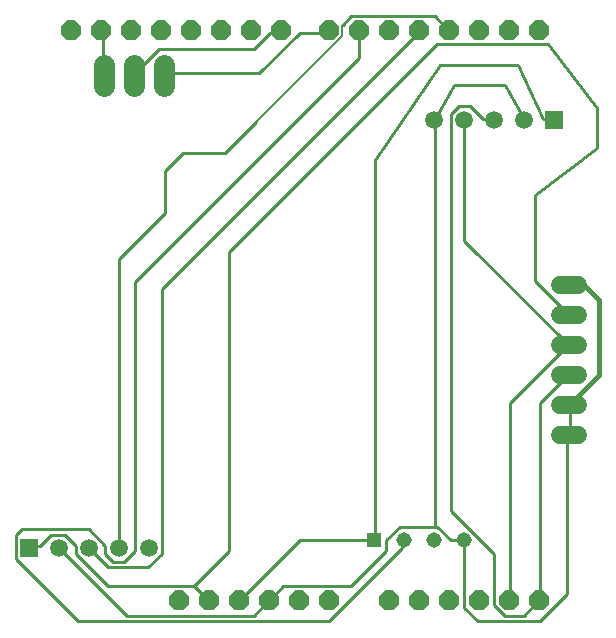
<source format=gbr>
G04 EAGLE Gerber X2 export*
%TF.Part,Single*%
%TF.FileFunction,Copper,L2,Bot,Mixed*%
%TF.FilePolarity,Positive*%
%TF.GenerationSoftware,Autodesk,EAGLE,9.0.1*%
%TF.CreationDate,2019-03-28T19:28:24Z*%
G75*
%MOMM*%
%FSLAX34Y34*%
%LPD*%
%AMOC8*
5,1,8,0,0,1.08239X$1,22.5*%
G01*
%ADD10P,1.814519X8X22.500000*%
%ADD11R,1.308000X1.308000*%
%ADD12C,1.308000*%
%ADD13R,1.508000X1.508000*%
%ADD14C,1.508000*%
%ADD15C,1.524000*%
%ADD16C,1.800000*%
%ADD17C,0.254000*%
%ADD18C,0.406400*%
%ADD19C,0.152400*%
%ADD20C,0.203200*%


D10*
X533400Y774700D03*
X508000Y292100D03*
X558800Y774700D03*
X584200Y774700D03*
X609600Y774700D03*
X635000Y774700D03*
X508000Y774700D03*
X482600Y774700D03*
X457200Y774700D03*
X416560Y774700D03*
X391160Y774700D03*
X365760Y774700D03*
X340360Y774700D03*
X314960Y774700D03*
X289560Y774700D03*
X264160Y774700D03*
X238760Y774700D03*
X533400Y292100D03*
X558800Y292100D03*
X584200Y292100D03*
X609600Y292100D03*
X635000Y292100D03*
X457200Y292100D03*
X431800Y292100D03*
X406400Y292100D03*
X381000Y292100D03*
X355600Y292100D03*
X330200Y292100D03*
D11*
X495300Y342900D03*
D12*
X520700Y342900D03*
X546100Y342900D03*
X571500Y342900D03*
D13*
X647700Y698500D03*
D14*
X622300Y698500D03*
X596900Y698500D03*
X571500Y698500D03*
X546100Y698500D03*
D13*
X203200Y336550D03*
D14*
X228600Y336550D03*
X254000Y336550D03*
X279400Y336550D03*
X304800Y336550D03*
D15*
X652780Y431800D02*
X668020Y431800D01*
X668020Y457200D02*
X652780Y457200D01*
X652780Y482600D02*
X668020Y482600D01*
X668020Y508000D02*
X652780Y508000D01*
X652780Y533400D02*
X668020Y533400D01*
X668020Y558800D02*
X652780Y558800D01*
D16*
X266700Y727600D02*
X266700Y745600D01*
X292100Y745600D02*
X292100Y727600D01*
X317500Y727600D02*
X317500Y745600D01*
D17*
X265430Y738378D02*
X265430Y772668D01*
X264160Y774700D01*
X265430Y738378D02*
X266700Y736600D01*
X407162Y772668D02*
X416306Y772668D01*
X416560Y774700D01*
X407162Y772668D02*
X393446Y758952D01*
X313436Y758952D01*
X292862Y738378D01*
X292100Y736600D01*
X432308Y772668D02*
X455168Y772668D01*
X432308Y772668D02*
X398018Y738378D01*
X318008Y738378D01*
X455168Y772668D02*
X457200Y774700D01*
X318008Y738378D02*
X317500Y736600D01*
X546608Y699516D02*
X562610Y728218D01*
X606044Y728218D01*
X622046Y699516D01*
X546608Y699516D02*
X546100Y698500D01*
X622046Y699516D02*
X622300Y698500D01*
X660908Y457200D02*
X660908Y432054D01*
X660400Y431800D01*
X660400Y457200D02*
X660908Y457200D01*
X571500Y342900D02*
X560324Y342900D01*
X548894Y354330D01*
X546608Y354330D02*
X516890Y354330D01*
X546608Y354330D02*
X548894Y354330D01*
X516890Y354330D02*
X505460Y342900D01*
X505460Y333756D01*
X475742Y304038D01*
X418592Y304038D01*
X407162Y292608D01*
X406400Y292100D01*
X286004Y278892D02*
X228854Y336042D01*
X286004Y278892D02*
X393446Y278892D01*
X404876Y290322D01*
X228854Y336042D02*
X228600Y336550D01*
X404876Y290322D02*
X406400Y292100D01*
X658622Y297180D02*
X658622Y429768D01*
X658622Y297180D02*
X635762Y274320D01*
X583184Y274320D01*
X571754Y285750D01*
X571754Y342900D01*
X658622Y429768D02*
X660400Y431800D01*
X571754Y342900D02*
X571500Y342900D01*
X546608Y354330D02*
X546608Y697230D01*
X546100Y698500D01*
D18*
X660400Y558800D02*
X673100Y558800D01*
X685800Y546100D01*
X685800Y482600D01*
X660400Y457200D01*
D17*
X519176Y342900D02*
X519176Y336042D01*
X457454Y274320D01*
X244856Y274320D01*
X192278Y326898D01*
X192278Y347472D01*
X196850Y352044D01*
X254000Y352044D01*
X267716Y338328D01*
X267716Y331470D01*
X274574Y324612D01*
X283718Y324612D01*
X292862Y333756D01*
X292862Y561340D01*
X482600Y751078D01*
X482600Y774700D01*
X519176Y342900D02*
X520700Y342900D01*
X587756Y699516D02*
X596900Y699516D01*
X587756Y699516D02*
X576326Y710946D01*
X567182Y710946D01*
X560324Y704088D01*
X560324Y368046D01*
X596900Y331470D01*
X596900Y288036D01*
X606044Y278892D01*
X622046Y278892D01*
X633476Y290322D01*
X596900Y698500D02*
X596900Y699516D01*
X635000Y292100D02*
X633476Y290322D01*
X635762Y459486D02*
X658622Y482346D01*
X635762Y459486D02*
X635762Y292608D01*
X658622Y482346D02*
X660400Y482600D01*
X635762Y292608D02*
X635000Y292100D01*
X571754Y596646D02*
X571754Y697230D01*
X571754Y596646D02*
X660400Y508000D01*
X571754Y697230D02*
X571500Y698500D01*
X610616Y459486D02*
X610616Y292608D01*
X610616Y459486D02*
X658622Y507492D01*
X610616Y292608D02*
X609600Y292100D01*
X658622Y507492D02*
X660400Y508000D01*
X495300Y342900D02*
X432308Y342900D01*
X382016Y292608D01*
X381000Y292100D01*
X638048Y699516D02*
X647192Y699516D01*
X638048Y699516D02*
X617474Y745490D01*
X551180Y745490D01*
X496316Y665226D01*
X496316Y342900D01*
X647700Y698500D02*
X647192Y699516D01*
X496316Y342900D02*
X495300Y342900D01*
X212852Y338328D02*
X203708Y338328D01*
X212852Y338328D02*
X221996Y347472D01*
X233426Y347472D01*
X242570Y338328D01*
X242570Y331470D01*
X270002Y304038D01*
X343154Y304038D01*
X354584Y292608D01*
X203200Y336550D02*
X203708Y338328D01*
X354584Y292608D02*
X355600Y292100D01*
X631190Y562356D02*
X658622Y534924D01*
X631190Y562356D02*
X631190Y635254D01*
X684022Y675386D01*
X684022Y708660D01*
X642620Y762762D01*
X548894Y762762D01*
X372872Y586740D01*
X372872Y333756D01*
X343154Y304038D01*
X658622Y534924D02*
X660400Y533400D01*
X270002Y320040D02*
X254000Y336042D01*
X270002Y320040D02*
X304292Y320040D01*
X315722Y331470D01*
X315722Y555498D01*
X532892Y772668D01*
X254000Y336550D02*
X254000Y336042D01*
X532892Y772668D02*
X533400Y774700D01*
X475742Y786384D02*
X468884Y779526D01*
X475742Y786384D02*
X546608Y786384D01*
X558038Y774954D01*
X281432Y338328D02*
X279400Y336550D01*
X558038Y774954D02*
X558800Y774700D01*
D19*
X468884Y779526D02*
X468376Y779018D01*
X468376Y770071D01*
D20*
X395253Y696947D01*
D17*
X369387Y671082D01*
X279400Y581095D02*
X279400Y336550D01*
X318248Y655897D02*
X333433Y671082D01*
X318248Y619943D02*
X279400Y581095D01*
X333433Y671082D02*
X369387Y671082D01*
X318248Y655897D02*
X318248Y619943D01*
M02*

</source>
